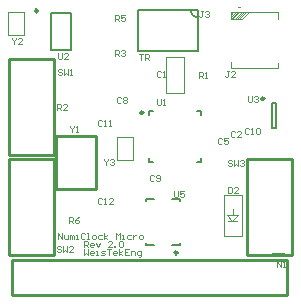
<source format=gto>
G04 Layer_Color=65535*
%FSLAX25Y25*%
%MOIN*%
G70*
G01*
G75*
%ADD27C,0.00600*%
%ADD28C,0.01000*%
%ADD51C,0.00984*%
%ADD52C,0.00295*%
%ADD53C,0.00492*%
%ADD54C,0.00787*%
%ADD55C,0.00394*%
%ADD56C,0.00250*%
D27*
X61600Y96100D02*
G03*
X64100Y93600I2500J0D01*
G01*
Y82500D02*
Y86600D01*
Y82500D02*
Y96100D01*
X44100D02*
X64100D01*
X44100Y82500D02*
Y96100D01*
Y82500D02*
X64100D01*
D28*
X16807Y36508D02*
X30193D01*
X16807D02*
Y54224D01*
X30193D01*
Y36508D02*
Y54224D01*
X88709Y14874D02*
X92646D01*
X2094Y1094D02*
Y12905D01*
Y1094D02*
X93827D01*
Y12905D01*
X2094D02*
X93827D01*
X1000Y80000D02*
X16000D01*
Y48000D02*
Y80000D01*
X1000Y48000D02*
X16000D01*
X1000D02*
Y80000D01*
Y46500D02*
X16000D01*
Y14500D02*
Y46500D01*
X1000Y14500D02*
X16000D01*
X1000D02*
Y46500D01*
X80500D02*
X95500D01*
Y14500D02*
Y46500D01*
X80500Y14500D02*
X95500D01*
X80500D02*
Y46500D01*
D51*
X57323Y15264D02*
G03*
X57323Y15264I-492J0D01*
G01*
X45870Y61972D02*
G03*
X45870Y61972I-492J0D01*
G01*
X10724Y95890D02*
G03*
X10724Y95890I-492J0D01*
G01*
X86252Y66612D02*
G03*
X86252Y66612I-492J0D01*
G01*
D52*
X37000Y53900D02*
X42500D01*
Y46200D02*
Y53900D01*
X37000Y46200D02*
X42500D01*
X37000D02*
Y53900D01*
X700Y95500D02*
X6200D01*
Y87800D02*
Y95500D01*
X700Y87800D02*
X6200D01*
X700D02*
Y95500D01*
X75700Y27754D02*
Y29723D01*
X73731Y27754D02*
X75602Y25786D01*
X73731Y27754D02*
X77570D01*
X75602Y25786D02*
X77570Y27754D01*
X74224Y25786D02*
X77176D01*
X72846Y20865D02*
X78653D01*
X72846D02*
Y34546D01*
X78653D01*
Y20865D02*
Y34546D01*
D53*
X75126Y95437D02*
X90874D01*
X75126Y93075D02*
Y95437D01*
X90874Y93075D02*
Y95437D01*
Y76996D02*
Y78571D01*
X75126Y76996D02*
X90874D01*
X75126D02*
Y78965D01*
Y93075D02*
X78669D01*
X81032Y95437D01*
X80244D02*
X81032D01*
X77882Y93075D02*
X80244Y95437D01*
X79457Y95437D02*
Y95437D01*
X77095Y93075D02*
X79457Y95437D01*
X78669D02*
X79457D01*
X76307Y93075D02*
X78669Y95437D01*
X75913Y93075D02*
X76307D01*
X75913D02*
Y93468D01*
X77882Y95437D01*
X77488D02*
X77882D01*
X75126Y93075D02*
X77488Y95437D01*
X75126Y93075D02*
Y93862D01*
X76701Y95437D01*
X75913D02*
X76701D01*
X75126Y94650D02*
X75913Y95437D01*
X77488Y97012D02*
X78276D01*
D54*
X58209Y17823D02*
Y18512D01*
X55551Y17823D02*
X58209D01*
Y32488D02*
Y33177D01*
X55551D02*
X58209D01*
X46791D02*
X49449D01*
X46791Y32488D02*
Y33177D01*
Y17823D02*
Y18512D01*
Y17823D02*
X49449D01*
X47937Y61283D02*
Y62563D01*
X49216D01*
X47937Y45437D02*
Y46716D01*
Y45437D02*
X49216D01*
X65063D02*
Y46716D01*
X63784Y45437D02*
X65063D01*
Y61283D02*
Y62563D01*
X63784D02*
X65063D01*
X15154Y82898D02*
X21847D01*
X15154Y95102D02*
X21847D01*
Y82898D02*
Y95102D01*
X15154Y82898D02*
Y95102D01*
X90091Y56966D02*
Y65234D01*
X88910Y56966D02*
Y65234D01*
Y56966D02*
X90091D01*
X88910Y65234D02*
X90091D01*
D55*
X59453Y68398D02*
Y80602D01*
X53547Y68398D02*
X59453D01*
X53547D02*
Y80602D01*
X59453D01*
D56*
X32700Y46399D02*
Y46066D01*
X33366Y45400D01*
X34033Y46066D01*
Y46399D01*
X33366Y45400D02*
Y44400D01*
X34699Y46066D02*
X35033Y46399D01*
X35699D01*
X36032Y46066D01*
Y45733D01*
X35699Y45400D01*
X35366D01*
X35699D01*
X36032Y45066D01*
Y44733D01*
X35699Y44400D01*
X35033D01*
X34699Y44733D01*
X74533Y75699D02*
X73866D01*
X74200D01*
Y74033D01*
X73866Y73700D01*
X73533D01*
X73200Y74033D01*
X76532Y73700D02*
X75199D01*
X76532Y75033D01*
Y75366D01*
X76199Y75699D01*
X75533D01*
X75199Y75366D01*
X51733Y75566D02*
X51400Y75899D01*
X50733D01*
X50400Y75566D01*
Y74233D01*
X50733Y73900D01*
X51400D01*
X51733Y74233D01*
X52399Y73900D02*
X53066D01*
X52733D01*
Y75899D01*
X52399Y75566D01*
X76454Y55665D02*
X76121Y55998D01*
X75454D01*
X75121Y55665D01*
Y54332D01*
X75454Y53999D01*
X76121D01*
X76454Y54332D01*
X78453Y53999D02*
X77120D01*
X78453Y55332D01*
Y55665D01*
X78120Y55998D01*
X77453D01*
X77120Y55665D01*
X72133Y53266D02*
X71800Y53599D01*
X71133D01*
X70800Y53266D01*
Y51933D01*
X71133Y51600D01*
X71800D01*
X72133Y51933D01*
X74132Y53599D02*
X72799D01*
Y52600D01*
X73466Y52933D01*
X73799D01*
X74132Y52600D01*
Y51933D01*
X73799Y51600D01*
X73133D01*
X72799Y51933D01*
X38333Y66966D02*
X38000Y67299D01*
X37333D01*
X37000Y66966D01*
Y65633D01*
X37333Y65300D01*
X38000D01*
X38333Y65633D01*
X38999Y66966D02*
X39333Y67299D01*
X39999D01*
X40332Y66966D01*
Y66633D01*
X39999Y66300D01*
X40332Y65966D01*
Y65633D01*
X39999Y65300D01*
X39333D01*
X38999Y65633D01*
Y65966D01*
X39333Y66300D01*
X38999Y66633D01*
Y66966D01*
X39333Y66300D02*
X39999D01*
X49433Y40866D02*
X49100Y41199D01*
X48433D01*
X48100Y40866D01*
Y39533D01*
X48433Y39200D01*
X49100D01*
X49433Y39533D01*
X50099D02*
X50433Y39200D01*
X51099D01*
X51432Y39533D01*
Y40866D01*
X51099Y41199D01*
X50433D01*
X50099Y40866D01*
Y40533D01*
X50433Y40200D01*
X51432D01*
X81133Y56366D02*
X80800Y56699D01*
X80133D01*
X79800Y56366D01*
Y55033D01*
X80133Y54700D01*
X80800D01*
X81133Y55033D01*
X81799Y54700D02*
X82466D01*
X82133D01*
Y56699D01*
X81799Y56366D01*
X83465D02*
X83799Y56699D01*
X84465D01*
X84798Y56366D01*
Y55033D01*
X84465Y54700D01*
X83799D01*
X83465Y55033D01*
Y56366D01*
X32133Y59066D02*
X31800Y59399D01*
X31133D01*
X30800Y59066D01*
Y57733D01*
X31133Y57400D01*
X31800D01*
X32133Y57733D01*
X32799Y57400D02*
X33466D01*
X33133D01*
Y59399D01*
X32799Y59066D01*
X34466Y57400D02*
X35132D01*
X34799D01*
Y59399D01*
X34466Y59066D01*
X32133Y33166D02*
X31800Y33499D01*
X31133D01*
X30800Y33166D01*
Y31833D01*
X31133Y31500D01*
X31800D01*
X32133Y31833D01*
X32799Y31500D02*
X33466D01*
X33133D01*
Y33499D01*
X32799Y33166D01*
X35798Y31500D02*
X34466D01*
X35798Y32833D01*
Y33166D01*
X35465Y33499D01*
X34799D01*
X34466Y33166D01*
X74100Y37299D02*
Y35300D01*
X75100D01*
X75433Y35633D01*
Y36966D01*
X75100Y37299D01*
X74100D01*
X77432Y35300D02*
X76099D01*
X77432Y36633D01*
Y36966D01*
X77099Y37299D01*
X76433D01*
X76099Y36966D01*
X64400Y73600D02*
Y75599D01*
X65400D01*
X65733Y75266D01*
Y74600D01*
X65400Y74266D01*
X64400D01*
X65066D02*
X65733Y73600D01*
X66399D02*
X67066D01*
X66733D01*
Y75599D01*
X66399Y75266D01*
X17000Y63000D02*
Y64999D01*
X18000D01*
X18333Y64666D01*
Y64000D01*
X18000Y63666D01*
X17000D01*
X17666D02*
X18333Y63000D01*
X20332D02*
X18999D01*
X20332Y64333D01*
Y64666D01*
X19999Y64999D01*
X19333D01*
X18999Y64666D01*
X36400Y80800D02*
Y82799D01*
X37400D01*
X37733Y82466D01*
Y81800D01*
X37400Y81466D01*
X36400D01*
X37066D02*
X37733Y80800D01*
X38399Y82466D02*
X38733Y82799D01*
X39399D01*
X39732Y82466D01*
Y82133D01*
X39399Y81800D01*
X39066D01*
X39399D01*
X39732Y81466D01*
Y81133D01*
X39399Y80800D01*
X38733D01*
X38399Y81133D01*
X36500Y92500D02*
Y94499D01*
X37500D01*
X37833Y94166D01*
Y93500D01*
X37500Y93166D01*
X36500D01*
X37166D02*
X37833Y92500D01*
X39832Y94499D02*
X38499D01*
Y93500D01*
X39166Y93833D01*
X39499D01*
X39832Y93500D01*
Y92833D01*
X39499Y92500D01*
X38833D01*
X38499Y92833D01*
X21000Y25300D02*
Y27299D01*
X22000D01*
X22333Y26966D01*
Y26300D01*
X22000Y25966D01*
X21000D01*
X21666D02*
X22333Y25300D01*
X24332Y27299D02*
X23666Y26966D01*
X22999Y26300D01*
Y25633D01*
X23333Y25300D01*
X23999D01*
X24332Y25633D01*
Y25966D01*
X23999Y26300D01*
X22999D01*
X50400Y66499D02*
Y64833D01*
X50733Y64500D01*
X51400D01*
X51733Y64833D01*
Y66499D01*
X52399Y64500D02*
X53066D01*
X52733D01*
Y66499D01*
X52399Y66166D01*
X21500Y57499D02*
Y57166D01*
X22166Y56500D01*
X22833Y57166D01*
Y57499D01*
X22166Y56500D02*
Y55500D01*
X23499D02*
X24166D01*
X23833D01*
Y57499D01*
X23499Y57166D01*
X2000Y86999D02*
Y86666D01*
X2667Y86000D01*
X3333Y86666D01*
Y86999D01*
X2667Y86000D02*
Y85000D01*
X5332D02*
X3999D01*
X5332Y86333D01*
Y86666D01*
X4999Y86999D01*
X4333D01*
X3999Y86666D01*
X17500Y81999D02*
Y80333D01*
X17833Y80000D01*
X18500D01*
X18833Y80333D01*
Y81999D01*
X20832Y80000D02*
X19499D01*
X20832Y81333D01*
Y81666D01*
X20499Y81999D01*
X19833D01*
X19499Y81666D01*
X80800Y67599D02*
Y65933D01*
X81133Y65600D01*
X81800D01*
X82133Y65933D01*
Y67599D01*
X82799Y67266D02*
X83133Y67599D01*
X83799D01*
X84132Y67266D01*
Y66933D01*
X83799Y66600D01*
X83466D01*
X83799D01*
X84132Y66266D01*
Y65933D01*
X83799Y65600D01*
X83133D01*
X82799Y65933D01*
X90500Y10500D02*
Y12499D01*
X91833Y10500D01*
Y12499D01*
X92499Y10500D02*
X93166D01*
X92833D01*
Y12499D01*
X92499Y12166D01*
X56000Y35999D02*
Y34333D01*
X56333Y34000D01*
X57000D01*
X57333Y34333D01*
Y35999D01*
X59332D02*
X57999D01*
Y35000D01*
X58666Y35333D01*
X58999D01*
X59332Y35000D01*
Y34333D01*
X58999Y34000D01*
X58333D01*
X57999Y34333D01*
X18833Y76166D02*
X18500Y76499D01*
X17833D01*
X17500Y76166D01*
Y75833D01*
X17833Y75500D01*
X18500D01*
X18833Y75166D01*
Y74833D01*
X18500Y74500D01*
X17833D01*
X17500Y74833D01*
X19499Y76499D02*
Y74500D01*
X20166Y75166D01*
X20832Y74500D01*
Y76499D01*
X21499Y74500D02*
X22165D01*
X21832D01*
Y76499D01*
X21499Y76166D01*
X18333Y17166D02*
X18000Y17499D01*
X17333D01*
X17000Y17166D01*
Y16833D01*
X17333Y16500D01*
X18000D01*
X18333Y16166D01*
Y15833D01*
X18000Y15500D01*
X17333D01*
X17000Y15833D01*
X18999Y17499D02*
Y15500D01*
X19666Y16166D01*
X20332Y15500D01*
Y17499D01*
X22332Y15500D02*
X20999D01*
X22332Y16833D01*
Y17166D01*
X21998Y17499D01*
X21332D01*
X20999Y17166D01*
X75433Y45866D02*
X75100Y46199D01*
X74433D01*
X74100Y45866D01*
Y45533D01*
X74433Y45200D01*
X75100D01*
X75433Y44866D01*
Y44533D01*
X75100Y44200D01*
X74433D01*
X74100Y44533D01*
X76099Y46199D02*
Y44200D01*
X76766Y44866D01*
X77432Y44200D01*
Y46199D01*
X78099Y45866D02*
X78432Y46199D01*
X79098D01*
X79432Y45866D01*
Y45533D01*
X79098Y45200D01*
X78765D01*
X79098D01*
X79432Y44866D01*
Y44533D01*
X79098Y44200D01*
X78432D01*
X78099Y44533D01*
X65733Y95899D02*
X65066D01*
X65400D01*
Y94233D01*
X65066Y93900D01*
X64733D01*
X64400Y94233D01*
X66399Y95566D02*
X66733Y95899D01*
X67399D01*
X67732Y95566D01*
Y95233D01*
X67399Y94900D01*
X67066D01*
X67399D01*
X67732Y94566D01*
Y94233D01*
X67399Y93900D01*
X66733D01*
X66399Y94233D01*
X26100Y17200D02*
Y19199D01*
X27100D01*
X27433Y18866D01*
Y18200D01*
X27100Y17866D01*
X26100D01*
X26766D02*
X27433Y17200D01*
X29099D02*
X28433D01*
X28099Y17533D01*
Y18200D01*
X28433Y18533D01*
X29099D01*
X29432Y18200D01*
Y17866D01*
X28099D01*
X30099Y18533D02*
X30765Y17200D01*
X31432Y18533D01*
X35430Y17200D02*
X34097D01*
X35430Y18533D01*
Y18866D01*
X35097Y19199D01*
X34431D01*
X34097Y18866D01*
X36097Y17200D02*
Y17533D01*
X36430D01*
Y17200D01*
X36097D01*
X37763Y18866D02*
X38096Y19199D01*
X38763D01*
X39096Y18866D01*
Y17533D01*
X38763Y17200D01*
X38096D01*
X37763Y17533D01*
Y18866D01*
X26100Y16499D02*
Y14500D01*
X26766Y15167D01*
X27433Y14500D01*
Y16499D01*
X29099Y14500D02*
X28433D01*
X28099Y14833D01*
Y15500D01*
X28433Y15833D01*
X29099D01*
X29432Y15500D01*
Y15167D01*
X28099D01*
X30099Y14500D02*
X30765D01*
X30432D01*
Y15833D01*
X30099D01*
X31765Y14500D02*
X32765D01*
X33098Y14833D01*
X32765Y15167D01*
X32098D01*
X31765Y15500D01*
X32098Y15833D01*
X33098D01*
X33764Y16499D02*
X35097D01*
X34431D01*
Y14500D01*
X36763D02*
X36097D01*
X35763Y14833D01*
Y15500D01*
X36097Y15833D01*
X36763D01*
X37096Y15500D01*
Y15167D01*
X35763D01*
X37763Y14500D02*
Y16499D01*
Y15167D02*
X38763Y15833D01*
X37763Y15167D02*
X38763Y14500D01*
X41095Y16499D02*
X39762D01*
Y14500D01*
X41095D01*
X39762Y15500D02*
X40429D01*
X41762Y14500D02*
Y15833D01*
X42761D01*
X43095Y15500D01*
Y14500D01*
X44427Y13834D02*
X44761D01*
X45094Y14167D01*
Y15833D01*
X44094D01*
X43761Y15500D01*
Y14833D01*
X44094Y14500D01*
X45094D01*
X17300Y19900D02*
Y21899D01*
X18633Y19900D01*
Y21899D01*
X19299Y21233D02*
Y20233D01*
X19633Y19900D01*
X20632D01*
Y21233D01*
X21299Y19900D02*
Y21233D01*
X21632D01*
X21965Y20900D01*
Y19900D01*
Y20900D01*
X22298Y21233D01*
X22632Y20900D01*
Y19900D01*
X23298D02*
X23965D01*
X23631D01*
Y21233D01*
X23298D01*
X26297Y21566D02*
X25964Y21899D01*
X25297D01*
X24964Y21566D01*
Y20233D01*
X25297Y19900D01*
X25964D01*
X26297Y20233D01*
X26963Y19900D02*
X27630D01*
X27297D01*
Y21899D01*
X26963D01*
X28963Y19900D02*
X29629D01*
X29963Y20233D01*
Y20900D01*
X29629Y21233D01*
X28963D01*
X28630Y20900D01*
Y20233D01*
X28963Y19900D01*
X31962Y21233D02*
X30962D01*
X30629Y20900D01*
Y20233D01*
X30962Y19900D01*
X31962D01*
X32628D02*
Y21899D01*
Y20567D02*
X33628Y21233D01*
X32628Y20567D02*
X33628Y19900D01*
X36627D02*
Y21899D01*
X37293Y21233D01*
X37960Y21899D01*
Y19900D01*
X38626D02*
X39293D01*
X38960D01*
Y21233D01*
X38626D01*
X41625D02*
X40626D01*
X40293Y20900D01*
Y20233D01*
X40626Y19900D01*
X41625D01*
X42292Y21233D02*
Y19900D01*
Y20567D01*
X42625Y20900D01*
X42958Y21233D01*
X43292D01*
X44625Y19900D02*
X45291D01*
X45624Y20233D01*
Y20900D01*
X45291Y21233D01*
X44625D01*
X44291Y20900D01*
Y20233D01*
X44625Y19900D01*
X44300Y81399D02*
X45633D01*
X44966D01*
Y79400D01*
X46299D02*
Y81399D01*
X47299D01*
X47632Y81066D01*
Y80400D01*
X47299Y80066D01*
X46299D01*
X46966D02*
X47632Y79400D01*
M02*

</source>
